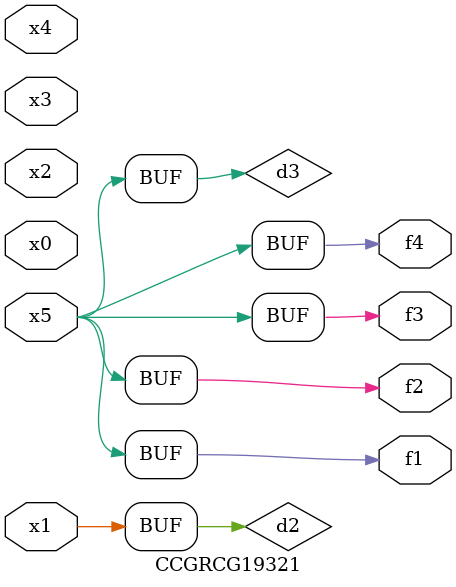
<source format=v>
module CCGRCG19321(
	input x0, x1, x2, x3, x4, x5,
	output f1, f2, f3, f4
);

	wire d1, d2, d3;

	not (d1, x5);
	or (d2, x1);
	xnor (d3, d1);
	assign f1 = d3;
	assign f2 = d3;
	assign f3 = d3;
	assign f4 = d3;
endmodule

</source>
